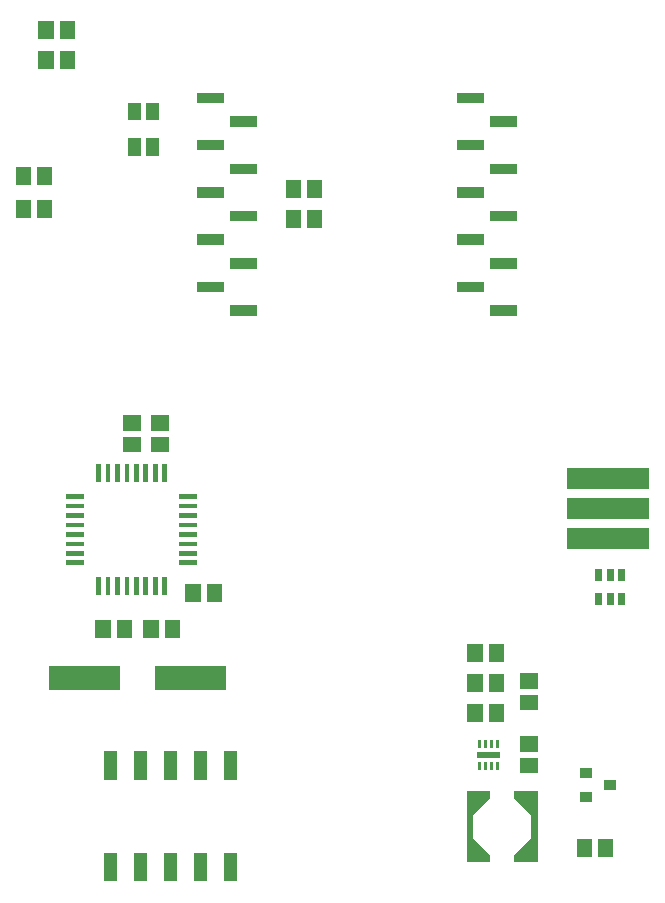
<source format=gbr>
G04 start of page 11 for group -4015 idx -4015 *
G04 Title: (unknown), toppaste *
G04 Creator: pcb 20110918 *
G04 CreationDate: Thu 09 Jul 2015 02:06:34 AM GMT UTC *
G04 For: petersen *
G04 Format: Gerber/RS-274X *
G04 PCB-Dimensions: 269500 307800 *
G04 PCB-Coordinate-Origin: lower left *
%MOIN*%
%FSLAX25Y25*%
%LNTOPPASTE*%
%ADD108R,0.0350X0.0350*%
%ADD107C,0.0001*%
%ADD106R,0.0230X0.0230*%
%ADD105R,0.0197X0.0197*%
%ADD104R,0.0098X0.0098*%
%ADD103R,0.0787X0.0787*%
%ADD102R,0.0157X0.0157*%
%ADD101R,0.0430X0.0430*%
%ADD100R,0.0700X0.0700*%
%ADD99R,0.0240X0.0240*%
%ADD98R,0.0340X0.0340*%
%ADD97R,0.0440X0.0440*%
%ADD96R,0.0512X0.0512*%
G54D96*X218043Y18693D02*Y17907D01*
X210957Y18693D02*Y17907D01*
G54D97*X93000Y48350D02*Y43150D01*
Y14450D02*Y9250D01*
X83000Y48350D02*Y43150D01*
Y14450D02*Y9250D01*
X73000Y48350D02*Y43150D01*
Y14450D02*Y9250D01*
X63000Y48350D02*Y43150D01*
Y14450D02*Y9250D01*
X53000Y48350D02*Y43150D01*
Y14450D02*Y9250D01*
G54D98*X211043Y43143D02*X211643D01*
X211043Y35343D02*X211643D01*
X219243Y39243D02*X219843D01*
G54D99*X215600Y101900D02*Y100300D01*
X219500Y101900D02*Y100300D01*
X223400Y101900D02*Y100300D01*
Y110100D02*Y108500D01*
X219500Y110100D02*Y108500D01*
X215600Y110100D02*Y108500D01*
G54D100*X208500Y121300D02*X229000D01*
X208500Y131300D02*X229000D01*
X208500Y141300D02*X229000D01*
G54D101*X61050Y252700D02*Y251100D01*
X66950Y252700D02*Y251100D01*
X61050Y264500D02*Y262900D01*
X66950Y264500D02*Y262900D01*
G54D96*X69107Y152757D02*X69893D01*
X69107Y159843D02*X69893D01*
X59607Y152757D02*X60393D01*
X59607Y159843D02*X60393D01*
G54D102*X48977Y107734D02*Y103308D01*
X52126Y107734D02*Y103308D01*
X55276Y107734D02*Y103308D01*
X58425Y107734D02*Y103308D01*
X61575Y107734D02*Y103308D01*
X64725Y107734D02*Y103308D01*
X67874Y107734D02*Y103308D01*
X71024Y107734D02*Y103308D01*
X76566Y113277D02*X80992D01*
X76566Y116426D02*X80992D01*
X76566Y119576D02*X80992D01*
X76566Y122725D02*X80992D01*
X76566Y125875D02*X80992D01*
X76566Y129025D02*X80992D01*
X76566Y132174D02*X80992D01*
X76566Y135324D02*X80992D01*
X71023Y145292D02*Y140866D01*
X67874Y145292D02*Y140866D01*
X64724Y145292D02*Y140866D01*
X61575Y145292D02*Y140866D01*
X58425Y145292D02*Y140866D01*
X55275Y145292D02*Y140866D01*
X52126Y145292D02*Y140866D01*
X48976Y145292D02*Y140866D01*
X39008Y135323D02*X43434D01*
X39008Y132174D02*X43434D01*
X39008Y129024D02*X43434D01*
X39008Y125875D02*X43434D01*
X39008Y122725D02*X43434D01*
X39008Y119575D02*X43434D01*
X39008Y116426D02*X43434D01*
X39008Y113276D02*X43434D01*
G54D103*X36409Y74800D02*X52157D01*
X71843D02*X87591D01*
G54D96*X73543Y91693D02*Y90907D01*
X66457Y91693D02*Y90907D01*
X50457Y91693D02*Y90907D01*
X57543Y91693D02*Y90907D01*
X80457Y103693D02*Y102907D01*
X87543Y103693D02*Y102907D01*
X121043Y238193D02*Y237407D01*
X113957Y238193D02*Y237407D01*
X121043Y228193D02*Y227407D01*
X113957Y228193D02*Y227407D01*
X181543Y63693D02*Y62907D01*
X174457Y63693D02*Y62907D01*
Y83693D02*Y82907D01*
X181543Y83693D02*Y82907D01*
X174457Y73693D02*Y72907D01*
X181543Y73693D02*Y72907D01*
X192107Y66757D02*X192893D01*
X192107Y73843D02*X192893D01*
G54D104*X181953Y53828D02*Y52056D01*
X179984Y53828D02*Y52056D01*
X178016Y53828D02*Y52056D01*
X176047Y53828D02*Y52056D01*
Y46544D02*Y44772D01*
X178016Y46544D02*Y44772D01*
X179984Y46544D02*Y44772D01*
X181953Y46544D02*Y44772D01*
G54D105*X176047Y49300D02*X181953D01*
G54D96*X192107Y45757D02*X192893D01*
X192107Y52843D02*X192893D01*
G54D106*X194200Y36000D02*Y14600D01*
X188600Y36000D02*X194200D01*
X188600Y14600D02*X194200D01*
X172800Y36000D02*Y14600D01*
Y36000D02*X178400D01*
X172800Y14600D02*X178400D01*
G54D107*G36*
X189577Y36971D02*X195171Y31377D01*
X193050Y29256D01*
X187456Y34850D01*
X189577Y36971D01*
G37*
G36*
X187456Y15750D02*X193050Y21344D01*
X195171Y19223D01*
X189577Y13629D01*
X187456Y15750D01*
G37*
G36*
X171829Y31377D02*X177423Y36971D01*
X179544Y34850D01*
X173950Y29256D01*
X171829Y31377D01*
G37*
G36*
X173950Y21344D02*X179544Y15750D01*
X177423Y13629D01*
X171829Y19223D01*
X173950Y21344D01*
G37*
G36*
X191250Y36650D02*Y33050D01*
X194850D01*
Y36650D01*
X191250D01*
G37*
G36*
Y17550D02*Y13950D01*
X194850D01*
Y17550D01*
X191250D01*
G37*
G36*
X172150Y36650D02*Y33050D01*
X175750D01*
Y36650D01*
X172150D01*
G37*
G36*
Y17550D02*Y13950D01*
X175750D01*
Y17550D01*
X172150D01*
G37*
G54D108*X83445Y268233D02*X88957D01*
X83445Y252485D02*X88957D01*
X83445Y236737D02*X88957D01*
X83445Y220989D02*X88957D01*
X83445Y205241D02*X88957D01*
X94429Y197367D02*X99941D01*
X94429Y213115D02*X99941D01*
X94429Y228863D02*X99941D01*
X94429Y244611D02*X99941D01*
X94429Y260359D02*X99941D01*
X170059Y268233D02*X175571D01*
X170059Y252485D02*X175571D01*
X170059Y236737D02*X175571D01*
X170059Y220989D02*X175571D01*
X170059Y205241D02*X175571D01*
X181043Y197367D02*X186555D01*
X181043Y213115D02*X186555D01*
X181043Y228863D02*X186555D01*
X181043Y244611D02*X186555D01*
X181043Y260359D02*X186555D01*
G54D96*X31457Y291193D02*Y290407D01*
X38543Y291193D02*Y290407D01*
X31457Y281193D02*Y280407D01*
X38543Y281193D02*Y280407D01*
X23957Y242693D02*Y241907D01*
X31043Y242693D02*Y241907D01*
X23957Y231693D02*Y230907D01*
X31043Y231693D02*Y230907D01*
M02*

</source>
